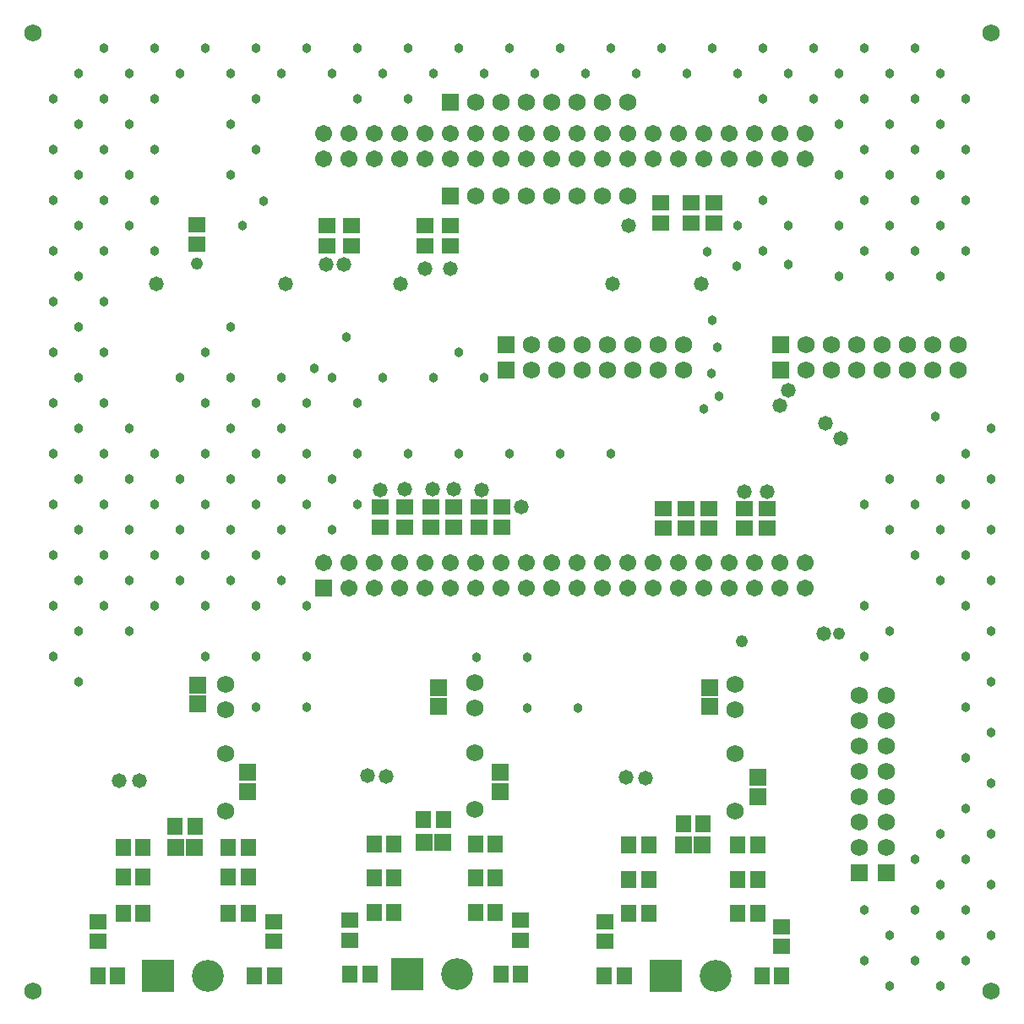
<source format=gbr>
G04 Layer_Color=8388736*
%FSLAX26Y26*%
%MOIN*%
%TF.FileFunction,Soldermask,Top*%
%TF.Part,Single*%
G01*
G75*
%TA.AperFunction,SMDPad,CuDef*%
%ADD38R,0.067055X0.063118*%
%ADD39R,0.063118X0.067055*%
%ADD40R,0.070992X0.067055*%
%ADD41R,0.067055X0.070992*%
%TA.AperFunction,ComponentPad*%
%ADD42C,0.068000*%
%ADD43R,0.068000X0.068000*%
%ADD44R,0.068000X0.068000*%
%ADD45R,0.067055X0.067055*%
%ADD46C,0.067055*%
%ADD47C,0.126110*%
%ADD48R,0.126110X0.126110*%
%TA.AperFunction,WasherPad*%
%ADD49C,0.068000*%
%TA.AperFunction,ViaPad*%
%ADD50C,0.058000*%
%ADD51C,0.048000*%
%ADD52C,0.038000*%
D38*
X1160000Y3019370D02*
D03*
Y2940630D02*
D03*
X1645000Y2940630D02*
D03*
Y3019370D02*
D03*
X645000Y3024370D02*
D03*
Y2945630D02*
D03*
X2475000Y3030630D02*
D03*
Y3109370D02*
D03*
X2595000Y3030630D02*
D03*
Y3109370D02*
D03*
X2685000Y3030630D02*
D03*
Y3109370D02*
D03*
X2485000Y1825630D02*
D03*
Y1904370D02*
D03*
X2665000Y1825000D02*
D03*
Y1903740D02*
D03*
X2575000Y1904370D02*
D03*
Y1825630D02*
D03*
X1760000Y1830630D02*
D03*
Y1909370D02*
D03*
X1850000Y1909370D02*
D03*
Y1830630D02*
D03*
X1570000Y1830630D02*
D03*
Y1909370D02*
D03*
X1660000Y1909370D02*
D03*
Y1830630D02*
D03*
X1370000Y1830630D02*
D03*
Y1909370D02*
D03*
X1465000Y1909370D02*
D03*
Y1830630D02*
D03*
X2805000Y1825630D02*
D03*
Y1904370D02*
D03*
X2895000Y1825630D02*
D03*
Y1904370D02*
D03*
X1921772Y279370D02*
D03*
Y200630D02*
D03*
X1249370Y279370D02*
D03*
Y200630D02*
D03*
X257461Y274370D02*
D03*
Y195630D02*
D03*
X949862Y274370D02*
D03*
Y195630D02*
D03*
X2954370Y254370D02*
D03*
Y175630D02*
D03*
X2255000Y274370D02*
D03*
Y195630D02*
D03*
X1545000Y3019370D02*
D03*
Y2940630D02*
D03*
X1255000Y3019370D02*
D03*
Y2940630D02*
D03*
D39*
X1540000Y675000D02*
D03*
X1618740D02*
D03*
X1745000Y310000D02*
D03*
X1823740D02*
D03*
X1823740Y445000D02*
D03*
X1745000D02*
D03*
X1745000Y580000D02*
D03*
X1823740D02*
D03*
X1923740Y65000D02*
D03*
X1845000D02*
D03*
X1424370Y580000D02*
D03*
X1345630D02*
D03*
X1345000Y445000D02*
D03*
X1423740D02*
D03*
X1423740Y310000D02*
D03*
X1345000D02*
D03*
X1250000Y65000D02*
D03*
X1328740D02*
D03*
X434370Y566067D02*
D03*
X355630D02*
D03*
X355630Y448933D02*
D03*
X434370D02*
D03*
X434370Y305000D02*
D03*
X355630D02*
D03*
X255492Y60000D02*
D03*
X334232D02*
D03*
X770630Y566067D02*
D03*
X849370D02*
D03*
X849370Y448933D02*
D03*
X770630D02*
D03*
X770630Y305000D02*
D03*
X849370D02*
D03*
X951831Y60000D02*
D03*
X873091D02*
D03*
X560630Y650000D02*
D03*
X639370D02*
D03*
X2565630Y660000D02*
D03*
X2644370D02*
D03*
X2954370Y60000D02*
D03*
X2875630D02*
D03*
X2780630Y305000D02*
D03*
X2859370D02*
D03*
X2859370Y440000D02*
D03*
X2780630D02*
D03*
X2780630Y575000D02*
D03*
X2859370D02*
D03*
X2253031Y60000D02*
D03*
X2331772D02*
D03*
X2429370Y305000D02*
D03*
X2350630D02*
D03*
X2350630Y440000D02*
D03*
X2429370D02*
D03*
X2429370Y575000D02*
D03*
X2350630D02*
D03*
D40*
X1844370Y787598D02*
D03*
Y862402D02*
D03*
X1600000Y1197402D02*
D03*
Y1122599D02*
D03*
X845000Y787598D02*
D03*
Y862402D02*
D03*
X2860000Y767598D02*
D03*
Y842402D02*
D03*
X2670000Y1197402D02*
D03*
Y1122599D02*
D03*
X650000Y1207402D02*
D03*
Y1132599D02*
D03*
D41*
X1541968Y585000D02*
D03*
X1616772D02*
D03*
X562598Y565000D02*
D03*
X637402D02*
D03*
X2566186Y575539D02*
D03*
X2640989D02*
D03*
D42*
X3260000Y665000D02*
D03*
Y565000D02*
D03*
Y1165000D02*
D03*
Y1065000D02*
D03*
Y965000D02*
D03*
Y865000D02*
D03*
Y765000D02*
D03*
X3365000Y665000D02*
D03*
Y565000D02*
D03*
Y1165000D02*
D03*
Y1065000D02*
D03*
Y965000D02*
D03*
Y865000D02*
D03*
Y765000D02*
D03*
X3250001Y2550000D02*
D03*
X3350001D02*
D03*
X3450001D02*
D03*
X3550001D02*
D03*
X3650001D02*
D03*
X3050001D02*
D03*
X3150001D02*
D03*
X3250001Y2450000D02*
D03*
X3350001D02*
D03*
X3450001D02*
D03*
X3550001D02*
D03*
X3650001D02*
D03*
X3050001D02*
D03*
X3150001D02*
D03*
X2165001Y2550000D02*
D03*
X2265001D02*
D03*
X2365001D02*
D03*
X2465001D02*
D03*
X2565001D02*
D03*
X1965001D02*
D03*
X2065001D02*
D03*
X2165001Y2450000D02*
D03*
X2265001D02*
D03*
X2365001D02*
D03*
X2465001D02*
D03*
X2565001D02*
D03*
X1965001D02*
D03*
X2065001D02*
D03*
X1744370Y715591D02*
D03*
Y940000D02*
D03*
Y1115591D02*
D03*
Y1215591D02*
D03*
X760000Y710591D02*
D03*
Y935000D02*
D03*
Y1110591D02*
D03*
Y1210591D02*
D03*
X2770000Y710591D02*
D03*
Y935000D02*
D03*
Y1110591D02*
D03*
Y1210591D02*
D03*
X1845000Y3135000D02*
D03*
X1745000D02*
D03*
X2345000D02*
D03*
X2245000D02*
D03*
X2145000D02*
D03*
X2045000D02*
D03*
X1945000D02*
D03*
X1845000Y3505000D02*
D03*
X1745000D02*
D03*
X2345000D02*
D03*
X2245000D02*
D03*
X2145000D02*
D03*
X2045000D02*
D03*
X1945000D02*
D03*
D43*
X3260000Y465000D02*
D03*
X3365000D02*
D03*
D44*
X2950001Y2550000D02*
D03*
Y2450000D02*
D03*
X1865001Y2550000D02*
D03*
Y2450000D02*
D03*
X1645000Y3135000D02*
D03*
Y3505000D02*
D03*
D45*
X1145000Y1590000D02*
D03*
D46*
X1245000D02*
D03*
X1345000D02*
D03*
X1445000D02*
D03*
X1545000D02*
D03*
X1645000D02*
D03*
X1745000D02*
D03*
X1845000D02*
D03*
X1945000D02*
D03*
X2045000D02*
D03*
X2145000D02*
D03*
X2245000D02*
D03*
X2345000D02*
D03*
X2445000D02*
D03*
X2545000D02*
D03*
X2645000D02*
D03*
X2745000D02*
D03*
X2845000D02*
D03*
X2945000D02*
D03*
X3045000D02*
D03*
X1145000Y1690000D02*
D03*
X1245000D02*
D03*
X1345000D02*
D03*
X1445000D02*
D03*
X1545000D02*
D03*
X1645000D02*
D03*
X1745000D02*
D03*
X1845000D02*
D03*
X1945000D02*
D03*
X2045000D02*
D03*
X2145000D02*
D03*
X2245000D02*
D03*
X2345000D02*
D03*
X2445000D02*
D03*
X2545000D02*
D03*
X2645000D02*
D03*
X2745000D02*
D03*
X2845000D02*
D03*
X2945000D02*
D03*
X3045000D02*
D03*
X1145000Y3282913D02*
D03*
X3045000Y3382913D02*
D03*
X2945000D02*
D03*
X2845000D02*
D03*
X2745000D02*
D03*
X2645000D02*
D03*
X2545000D02*
D03*
X2445000D02*
D03*
X2345000D02*
D03*
X2245000D02*
D03*
X2145000D02*
D03*
X2045000D02*
D03*
X1945000D02*
D03*
X1845000D02*
D03*
X1745000D02*
D03*
X1645000D02*
D03*
X1545000D02*
D03*
X1445000D02*
D03*
X1345000D02*
D03*
X1245000D02*
D03*
X1145000D02*
D03*
X3045000Y3282913D02*
D03*
X2945000D02*
D03*
X2845000D02*
D03*
X2745000D02*
D03*
X2645000D02*
D03*
X2545000D02*
D03*
X2445000D02*
D03*
X2345000D02*
D03*
X2245000D02*
D03*
X2145000D02*
D03*
X2045000D02*
D03*
X1945000D02*
D03*
X1845000D02*
D03*
X1745000D02*
D03*
X1645000D02*
D03*
X1545000D02*
D03*
X1445000D02*
D03*
X1345000D02*
D03*
X1245000D02*
D03*
D47*
X2693425Y60000D02*
D03*
X1672795Y65000D02*
D03*
X688425Y60000D02*
D03*
D48*
X2496575D02*
D03*
X1475945Y65000D02*
D03*
X491575Y60000D02*
D03*
D49*
X3779527Y3779528D02*
D03*
Y-0D02*
D03*
X1Y3779528D02*
D03*
Y-0D02*
D03*
D50*
X2635000Y2790000D02*
D03*
X2285000D02*
D03*
X485000D02*
D03*
X1450000D02*
D03*
X995000D02*
D03*
X1645000Y2850000D02*
D03*
X1155000Y2865000D02*
D03*
X2895000Y1970000D02*
D03*
X2805000D02*
D03*
X1925000Y1910000D02*
D03*
X1660000Y1980000D02*
D03*
X1465000D02*
D03*
X1370000Y1975000D02*
D03*
X1575000Y1980000D02*
D03*
X1770000Y1975000D02*
D03*
X340000Y830000D02*
D03*
X420000D02*
D03*
X1320437Y848933D02*
D03*
X1394370Y845000D02*
D03*
X2415000Y840000D02*
D03*
X2341067Y843933D02*
D03*
X3120000Y1410000D02*
D03*
X3185000Y2180000D02*
D03*
X3125000Y2240000D02*
D03*
X2945000Y2310000D02*
D03*
X2980000Y2370000D02*
D03*
X1545000Y2850000D02*
D03*
X1225000Y2865000D02*
D03*
X2350000Y3020000D02*
D03*
D51*
X645000Y2870000D02*
D03*
X2795000Y1380000D02*
D03*
X3180000Y1410000D02*
D03*
D52*
X1110000Y2455000D02*
D03*
X480000Y3720000D02*
D03*
X380000Y3620000D02*
D03*
X280000Y3720000D02*
D03*
X180000Y3620000D02*
D03*
X580000D02*
D03*
X680000Y3720000D02*
D03*
X780000Y3620000D02*
D03*
X880000Y3720000D02*
D03*
X980000Y3620000D02*
D03*
X1080000Y3720000D02*
D03*
X1180000Y3620000D02*
D03*
X1280000Y3720000D02*
D03*
X1380000Y3620000D02*
D03*
X1480000Y3720000D02*
D03*
X1580000Y3620000D02*
D03*
X1680000Y3720000D02*
D03*
X1780000Y3620000D02*
D03*
X1880000Y3720000D02*
D03*
X1980000Y3620000D02*
D03*
X2080000Y3720000D02*
D03*
X2180000Y3620000D02*
D03*
X2280000Y3720000D02*
D03*
X2380000Y3620000D02*
D03*
X2480000Y3720000D02*
D03*
X2580000Y3620000D02*
D03*
X2680000Y3720000D02*
D03*
X2780000Y3620000D02*
D03*
X2880000Y3720000D02*
D03*
X2980000Y3620000D02*
D03*
X3080000Y3720000D02*
D03*
X3180000Y3620000D02*
D03*
X3280000Y3720000D02*
D03*
X3380000Y3620000D02*
D03*
X3480000Y3720000D02*
D03*
X480000Y3520000D02*
D03*
X80000D02*
D03*
X280000D02*
D03*
X380000Y3420000D02*
D03*
X180000D02*
D03*
Y3220000D02*
D03*
X380000D02*
D03*
X280000Y3320000D02*
D03*
X80000D02*
D03*
X480000D02*
D03*
X180000Y3020000D02*
D03*
X380000D02*
D03*
X280000Y3120000D02*
D03*
X80000D02*
D03*
X480000D02*
D03*
X180000Y2820000D02*
D03*
X280000Y2920000D02*
D03*
X80000D02*
D03*
X480000D02*
D03*
X180000Y2620000D02*
D03*
X280000Y2720000D02*
D03*
X80000D02*
D03*
X180000Y2420000D02*
D03*
X280000Y2520000D02*
D03*
X80000D02*
D03*
X180000Y2220000D02*
D03*
X380000D02*
D03*
X280000Y2320000D02*
D03*
X80000D02*
D03*
X180000Y2020000D02*
D03*
X380000D02*
D03*
X280000Y2120000D02*
D03*
X80000D02*
D03*
X480000D02*
D03*
X180000Y1820000D02*
D03*
X380000D02*
D03*
X280000Y1920000D02*
D03*
X80000D02*
D03*
X480000D02*
D03*
X180000Y1620000D02*
D03*
X380000D02*
D03*
X280000Y1720000D02*
D03*
X80000D02*
D03*
X480000D02*
D03*
X180000Y1420000D02*
D03*
X380000D02*
D03*
X280000Y1520000D02*
D03*
X80000D02*
D03*
X480000D02*
D03*
X180000Y1220000D02*
D03*
X80000Y1320000D02*
D03*
X780000Y2020000D02*
D03*
Y2220000D02*
D03*
X680000Y2120000D02*
D03*
X580000Y2420000D02*
D03*
X680000Y2320000D02*
D03*
X1180000Y2020000D02*
D03*
X980000Y2220000D02*
D03*
X1080000Y2120000D02*
D03*
X980000Y2420000D02*
D03*
X1080000Y2320000D02*
D03*
X880000D02*
D03*
X1480000Y2120000D02*
D03*
X1280000D02*
D03*
Y2320000D02*
D03*
X880000Y1520000D02*
D03*
Y1720000D02*
D03*
X680000D02*
D03*
X780000Y1620000D02*
D03*
X680000Y1920000D02*
D03*
X780000Y1820000D02*
D03*
X580000D02*
D03*
Y2020000D02*
D03*
X880000Y1920000D02*
D03*
Y2120000D02*
D03*
X980000Y2020000D02*
D03*
Y1820000D02*
D03*
X1080000Y1920000D02*
D03*
X1180000Y1820000D02*
D03*
X980000Y1620000D02*
D03*
X580000D02*
D03*
X680000Y1520000D02*
D03*
X880000Y1320000D02*
D03*
X1080000Y1120000D02*
D03*
X880000D02*
D03*
X680000Y1320000D02*
D03*
X1080000D02*
D03*
Y1520000D02*
D03*
X1280000Y1920000D02*
D03*
X780000Y2420000D02*
D03*
X680000Y2520000D02*
D03*
X780000Y2620000D02*
D03*
X1180000Y2420000D02*
D03*
X1680000Y2120000D02*
D03*
X1880000D02*
D03*
X2080000D02*
D03*
X2280000D02*
D03*
X1235000Y2580000D02*
D03*
X1380000Y2420000D02*
D03*
X1580000D02*
D03*
X1780000D02*
D03*
X1680000Y2520000D02*
D03*
X880000Y3320000D02*
D03*
X780000Y3220000D02*
D03*
Y3420000D02*
D03*
X880000Y3520000D02*
D03*
X910000Y3115000D02*
D03*
X825000Y3020000D02*
D03*
X3580000Y3220000D02*
D03*
X3180000D02*
D03*
X3380000D02*
D03*
X3580000Y3420000D02*
D03*
X3180000D02*
D03*
X3380000D02*
D03*
X3480000Y3320000D02*
D03*
X3280000D02*
D03*
X3580000Y2820000D02*
D03*
X3180000D02*
D03*
X3380000D02*
D03*
X3580000Y3020000D02*
D03*
X3180000D02*
D03*
X3380000D02*
D03*
X3480000Y2920000D02*
D03*
X3280000D02*
D03*
Y3520000D02*
D03*
X3480000D02*
D03*
X3280000Y3120000D02*
D03*
X3480000D02*
D03*
X3680000Y3320000D02*
D03*
Y3120000D02*
D03*
X3580000Y3620000D02*
D03*
X3680000Y3520000D02*
D03*
X3080000D02*
D03*
X2880000D02*
D03*
Y3120000D02*
D03*
X2980000Y3020000D02*
D03*
X2780000D02*
D03*
X2880000Y2920000D02*
D03*
X2980000Y2865000D02*
D03*
X2775000Y2860000D02*
D03*
X2660000Y2915000D02*
D03*
X2680000Y2645000D02*
D03*
X2700000Y2540000D02*
D03*
X2675000Y2435000D02*
D03*
X2705000Y2345000D02*
D03*
X2645000Y2295000D02*
D03*
X3680000Y2920000D02*
D03*
Y2120000D02*
D03*
X3380000Y2020000D02*
D03*
X3580000D02*
D03*
X3560000Y2265000D02*
D03*
X3480000Y1920000D02*
D03*
X3280000D02*
D03*
X3380000Y1820000D02*
D03*
X3580000D02*
D03*
X3680000Y1920000D02*
D03*
X3780000Y1820000D02*
D03*
X3680000Y1720000D02*
D03*
X3480000D02*
D03*
X3780000Y1620000D02*
D03*
X3580000D02*
D03*
X3680000Y1520000D02*
D03*
X3780000Y1420000D02*
D03*
Y2020000D02*
D03*
Y2220000D02*
D03*
Y1220000D02*
D03*
Y1020000D02*
D03*
X3680000Y1320000D02*
D03*
Y1120000D02*
D03*
Y920000D02*
D03*
Y720000D02*
D03*
X3780000Y820000D02*
D03*
Y620000D02*
D03*
X3680000Y520000D02*
D03*
Y320000D02*
D03*
X3780000Y420000D02*
D03*
Y220000D02*
D03*
X3480000Y320000D02*
D03*
X3580000Y420000D02*
D03*
X3480000Y520000D02*
D03*
X3580000Y620000D02*
D03*
X3280000Y120000D02*
D03*
X3380000Y220000D02*
D03*
X3280000Y320000D02*
D03*
X3580000Y20000D02*
D03*
X3480000Y120000D02*
D03*
X3380000Y20000D02*
D03*
X3680000Y120000D02*
D03*
X3580000Y220000D02*
D03*
X2150000Y1115000D02*
D03*
X1950000D02*
D03*
Y1315000D02*
D03*
X1750000D02*
D03*
X3280000Y1520000D02*
D03*
Y1320000D02*
D03*
X3380000Y1420000D02*
D03*
X1480000Y3520000D02*
D03*
X1280000D02*
D03*
%TF.MD5,b21510d84880679b0931465bebe7be07*%
M02*

</source>
